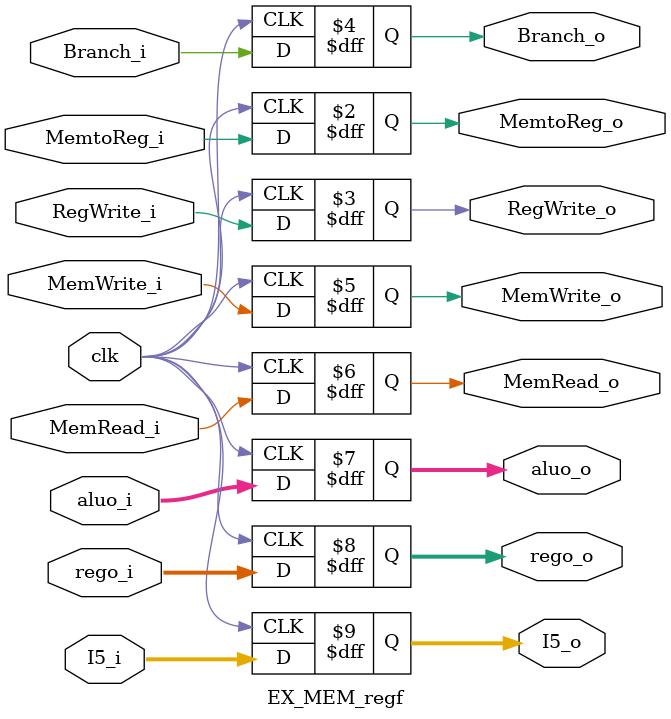
<source format=v>
module EX_MEM_regf(MemtoReg_o, RegWrite_o, Branch_o, MemWrite_o, 
MemRead_o, aluo_o, rego_o, I5_o,
MemtoReg_i, RegWrite_i, Branch_i, MemWrite_i, 
MemRead_i, aluo_i, rego_i, I5_i, clk);
input MemtoReg_i, RegWrite_i, Branch_i, MemWrite_i, MemRead_i, clk;
input [31:0] aluo_i, rego_i;
input [4:0] I5_i;
output MemtoReg_o, RegWrite_o, Branch_o, MemWrite_o, MemRead_o;
output [31:0] aluo_o, rego_o;
output [4:0] I5_o;
reg MemtoReg_o, RegWrite_o, Branch_o, MemWrite_o, MemRead_o;
reg [31:0] aluo_o, rego_o;
reg [4:0] I5_o;

always @(posedge clk)
begin
MemtoReg_o=MemtoReg_i;
RegWrite_o=RegWrite_i;
Branch_o=Branch_i;
MemWrite_o=MemWrite_i;
MemRead_o=MemRead_i;
aluo_o=aluo_i;
rego_o=rego_i;
I5_o=I5_i;

end

endmodule

</source>
